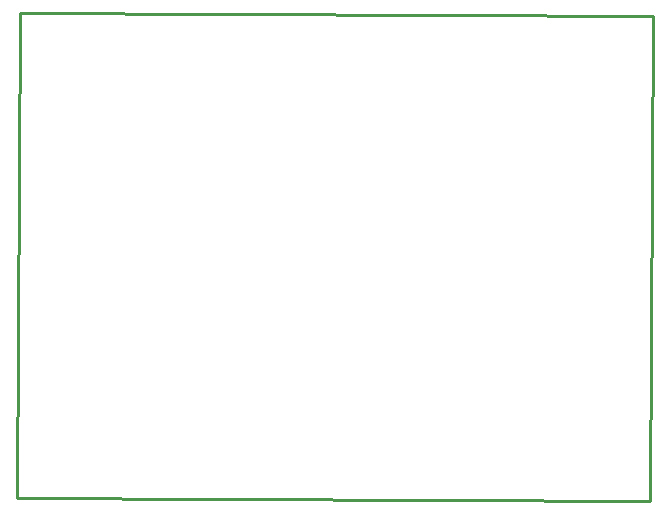
<source format=gbr>
G04 EAGLE Gerber RS-274X export*
G75*
%MOMM*%
%FSLAX34Y34*%
%LPD*%
%IN*%
%IPPOS*%
%AMOC8*
5,1,8,0,0,1.08239X$1,22.5*%
G01*
G04 Define Apertures*
%ADD10C,0.254000*%
D10*
X457200Y143510D02*
X992940Y140970D01*
X995480Y551690D01*
X459740Y554230D01*
X457200Y143510D01*
M02*

</source>
